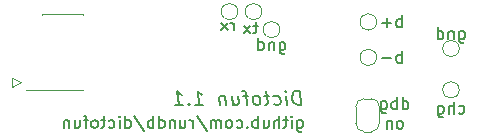
<source format=gbr>
G04 #@! TF.GenerationSoftware,KiCad,Pcbnew,5.1.10-88a1d61d58~90~ubuntu20.04.1*
G04 #@! TF.CreationDate,2021-11-22T21:12:46+01:00*
G04 #@! TF.ProjectId,nRF52832_qfaa,6e524635-3238-4333-925f-716661612e6b,rev?*
G04 #@! TF.SameCoordinates,Original*
G04 #@! TF.FileFunction,Legend,Bot*
G04 #@! TF.FilePolarity,Positive*
%FSLAX45Y45*%
G04 Gerber Fmt 4.5, Leading zero omitted, Abs format (unit mm)*
G04 Created by KiCad (PCBNEW 5.1.10-88a1d61d58~90~ubuntu20.04.1) date 2021-11-22 21:12:46*
%MOMM*%
%LPD*%
G01*
G04 APERTURE LIST*
%ADD10C,0.150000*%
%ADD11C,0.200000*%
%ADD12C,0.120000*%
G04 APERTURE END LIST*
D10*
X5594547Y-3963831D02*
X5594547Y-4044784D01*
X5599308Y-4054308D01*
X5604070Y-4059069D01*
X5613594Y-4063831D01*
X5627880Y-4063831D01*
X5637404Y-4059069D01*
X5594547Y-4025736D02*
X5604070Y-4030498D01*
X5623118Y-4030498D01*
X5632642Y-4025736D01*
X5637404Y-4020974D01*
X5642166Y-4011450D01*
X5642166Y-3982879D01*
X5637404Y-3973355D01*
X5632642Y-3968593D01*
X5623118Y-3963831D01*
X5604070Y-3963831D01*
X5594547Y-3968593D01*
X5546928Y-4030498D02*
X5546928Y-3963831D01*
X5546928Y-3930498D02*
X5551690Y-3935260D01*
X5546928Y-3940022D01*
X5542166Y-3935260D01*
X5546928Y-3930498D01*
X5546928Y-3940022D01*
X5513594Y-3963831D02*
X5475499Y-3963831D01*
X5499309Y-3930498D02*
X5499309Y-4016212D01*
X5494547Y-4025736D01*
X5485023Y-4030498D01*
X5475499Y-4030498D01*
X5442166Y-4030498D02*
X5442166Y-3930498D01*
X5399309Y-4030498D02*
X5399309Y-3978117D01*
X5404070Y-3968593D01*
X5413594Y-3963831D01*
X5427880Y-3963831D01*
X5437404Y-3968593D01*
X5442166Y-3973355D01*
X5308832Y-3963831D02*
X5308832Y-4030498D01*
X5351690Y-3963831D02*
X5351690Y-4016212D01*
X5346928Y-4025736D01*
X5337404Y-4030498D01*
X5323118Y-4030498D01*
X5313594Y-4025736D01*
X5308832Y-4020974D01*
X5261213Y-4030498D02*
X5261213Y-3930498D01*
X5261213Y-3968593D02*
X5251690Y-3963831D01*
X5232642Y-3963831D01*
X5223118Y-3968593D01*
X5218356Y-3973355D01*
X5213594Y-3982879D01*
X5213594Y-4011450D01*
X5218356Y-4020974D01*
X5223118Y-4025736D01*
X5232642Y-4030498D01*
X5251690Y-4030498D01*
X5261213Y-4025736D01*
X5170737Y-4020974D02*
X5165975Y-4025736D01*
X5170737Y-4030498D01*
X5175499Y-4025736D01*
X5170737Y-4020974D01*
X5170737Y-4030498D01*
X5080261Y-4025736D02*
X5089785Y-4030498D01*
X5108832Y-4030498D01*
X5118356Y-4025736D01*
X5123118Y-4020974D01*
X5127880Y-4011450D01*
X5127880Y-3982879D01*
X5123118Y-3973355D01*
X5118356Y-3968593D01*
X5108832Y-3963831D01*
X5089785Y-3963831D01*
X5080261Y-3968593D01*
X5023118Y-4030498D02*
X5032642Y-4025736D01*
X5037404Y-4020974D01*
X5042166Y-4011450D01*
X5042166Y-3982879D01*
X5037404Y-3973355D01*
X5032642Y-3968593D01*
X5023118Y-3963831D01*
X5008832Y-3963831D01*
X4999309Y-3968593D01*
X4994547Y-3973355D01*
X4989785Y-3982879D01*
X4989785Y-4011450D01*
X4994547Y-4020974D01*
X4999309Y-4025736D01*
X5008832Y-4030498D01*
X5023118Y-4030498D01*
X4946928Y-4030498D02*
X4946928Y-3963831D01*
X4946928Y-3973355D02*
X4942166Y-3968593D01*
X4932642Y-3963831D01*
X4918356Y-3963831D01*
X4908832Y-3968593D01*
X4904070Y-3978117D01*
X4904070Y-4030498D01*
X4904070Y-3978117D02*
X4899309Y-3968593D01*
X4889785Y-3963831D01*
X4875499Y-3963831D01*
X4865975Y-3968593D01*
X4861213Y-3978117D01*
X4861213Y-4030498D01*
X4742166Y-3925736D02*
X4827880Y-4054308D01*
X4708832Y-4030498D02*
X4708832Y-3963831D01*
X4708832Y-3982879D02*
X4704070Y-3973355D01*
X4699309Y-3968593D01*
X4689785Y-3963831D01*
X4680261Y-3963831D01*
X4604070Y-3963831D02*
X4604070Y-4030498D01*
X4646928Y-3963831D02*
X4646928Y-4016212D01*
X4642166Y-4025736D01*
X4632642Y-4030498D01*
X4618356Y-4030498D01*
X4608832Y-4025736D01*
X4604070Y-4020974D01*
X4556451Y-3963831D02*
X4556451Y-4030498D01*
X4556451Y-3973355D02*
X4551690Y-3968593D01*
X4542166Y-3963831D01*
X4527880Y-3963831D01*
X4518356Y-3968593D01*
X4513594Y-3978117D01*
X4513594Y-4030498D01*
X4423118Y-4030498D02*
X4423118Y-3930498D01*
X4423118Y-4025736D02*
X4432642Y-4030498D01*
X4451690Y-4030498D01*
X4461213Y-4025736D01*
X4465975Y-4020974D01*
X4470737Y-4011450D01*
X4470737Y-3982879D01*
X4465975Y-3973355D01*
X4461213Y-3968593D01*
X4451690Y-3963831D01*
X4432642Y-3963831D01*
X4423118Y-3968593D01*
X4375499Y-4030498D02*
X4375499Y-3930498D01*
X4375499Y-3968593D02*
X4365975Y-3963831D01*
X4346928Y-3963831D01*
X4337404Y-3968593D01*
X4332642Y-3973355D01*
X4327880Y-3982879D01*
X4327880Y-4011450D01*
X4332642Y-4020974D01*
X4337404Y-4025736D01*
X4346928Y-4030498D01*
X4365975Y-4030498D01*
X4375499Y-4025736D01*
X4213594Y-3925736D02*
X4299309Y-4054308D01*
X4137404Y-4030498D02*
X4137404Y-3930498D01*
X4137404Y-4025736D02*
X4146928Y-4030498D01*
X4165975Y-4030498D01*
X4175499Y-4025736D01*
X4180261Y-4020974D01*
X4185023Y-4011450D01*
X4185023Y-3982879D01*
X4180261Y-3973355D01*
X4175499Y-3968593D01*
X4165975Y-3963831D01*
X4146928Y-3963831D01*
X4137404Y-3968593D01*
X4089785Y-4030498D02*
X4089785Y-3963831D01*
X4089785Y-3930498D02*
X4094547Y-3935260D01*
X4089785Y-3940022D01*
X4085023Y-3935260D01*
X4089785Y-3930498D01*
X4089785Y-3940022D01*
X3999308Y-4025736D02*
X4008832Y-4030498D01*
X4027880Y-4030498D01*
X4037404Y-4025736D01*
X4042166Y-4020974D01*
X4046928Y-4011450D01*
X4046928Y-3982879D01*
X4042166Y-3973355D01*
X4037404Y-3968593D01*
X4027880Y-3963831D01*
X4008832Y-3963831D01*
X3999308Y-3968593D01*
X3970737Y-3963831D02*
X3932642Y-3963831D01*
X3956451Y-3930498D02*
X3956451Y-4016212D01*
X3951689Y-4025736D01*
X3942166Y-4030498D01*
X3932642Y-4030498D01*
X3885023Y-4030498D02*
X3894547Y-4025736D01*
X3899308Y-4020974D01*
X3904070Y-4011450D01*
X3904070Y-3982879D01*
X3899308Y-3973355D01*
X3894547Y-3968593D01*
X3885023Y-3963831D01*
X3870737Y-3963831D01*
X3861213Y-3968593D01*
X3856451Y-3973355D01*
X3851689Y-3982879D01*
X3851689Y-4011450D01*
X3856451Y-4020974D01*
X3861213Y-4025736D01*
X3870737Y-4030498D01*
X3885023Y-4030498D01*
X3823118Y-3963831D02*
X3785023Y-3963831D01*
X3808832Y-4030498D02*
X3808832Y-3944784D01*
X3804070Y-3935260D01*
X3794547Y-3930498D01*
X3785023Y-3930498D01*
X3708832Y-3963831D02*
X3708832Y-4030498D01*
X3751689Y-3963831D02*
X3751689Y-4016212D01*
X3746928Y-4025736D01*
X3737404Y-4030498D01*
X3723118Y-4030498D01*
X3713594Y-4025736D01*
X3708832Y-4020974D01*
X3661213Y-3963831D02*
X3661213Y-4030498D01*
X3661213Y-3973355D02*
X3656451Y-3968593D01*
X3646928Y-3963831D01*
X3632642Y-3963831D01*
X3623118Y-3968593D01*
X3618356Y-3978117D01*
X3618356Y-4030498D01*
D11*
X5628669Y-3836346D02*
X5613669Y-3716346D01*
X5585098Y-3716346D01*
X5568669Y-3722060D01*
X5558669Y-3733488D01*
X5554384Y-3744917D01*
X5551526Y-3767774D01*
X5553669Y-3784917D01*
X5562241Y-3807774D01*
X5569384Y-3819203D01*
X5582241Y-3830631D01*
X5600098Y-3836346D01*
X5628669Y-3836346D01*
X5508669Y-3836346D02*
X5498669Y-3756346D01*
X5493669Y-3716346D02*
X5500098Y-3722060D01*
X5495098Y-3727774D01*
X5488669Y-3722060D01*
X5493669Y-3716346D01*
X5495098Y-3727774D01*
X5399384Y-3830631D02*
X5411526Y-3836346D01*
X5434384Y-3836346D01*
X5445098Y-3830631D01*
X5450098Y-3824917D01*
X5454384Y-3813488D01*
X5450098Y-3779203D01*
X5442955Y-3767774D01*
X5436526Y-3762060D01*
X5424384Y-3756346D01*
X5401526Y-3756346D01*
X5390812Y-3762060D01*
X5355812Y-3756346D02*
X5310098Y-3756346D01*
X5333669Y-3716346D02*
X5346526Y-3819203D01*
X5342241Y-3830631D01*
X5331526Y-3836346D01*
X5320098Y-3836346D01*
X5262955Y-3836346D02*
X5273669Y-3830631D01*
X5278669Y-3824917D01*
X5282955Y-3813488D01*
X5278669Y-3779203D01*
X5271526Y-3767774D01*
X5265098Y-3762060D01*
X5252955Y-3756346D01*
X5235812Y-3756346D01*
X5225098Y-3762060D01*
X5220098Y-3767774D01*
X5215812Y-3779203D01*
X5220098Y-3813488D01*
X5227241Y-3824917D01*
X5233669Y-3830631D01*
X5245812Y-3836346D01*
X5262955Y-3836346D01*
X5178669Y-3756346D02*
X5132955Y-3756346D01*
X5171526Y-3836346D02*
X5158669Y-3733488D01*
X5151526Y-3722060D01*
X5139384Y-3716346D01*
X5127955Y-3716346D01*
X5041526Y-3756346D02*
X5051526Y-3836346D01*
X5092955Y-3756346D02*
X5100812Y-3819203D01*
X5096526Y-3830631D01*
X5085812Y-3836346D01*
X5068669Y-3836346D01*
X5056526Y-3830631D01*
X5050098Y-3824917D01*
X4984384Y-3756346D02*
X4994384Y-3836346D01*
X4985812Y-3767774D02*
X4979384Y-3762060D01*
X4967241Y-3756346D01*
X4950098Y-3756346D01*
X4939384Y-3762060D01*
X4935098Y-3773488D01*
X4942955Y-3836346D01*
X4731526Y-3836346D02*
X4800098Y-3836346D01*
X4765812Y-3836346D02*
X4750812Y-3716346D01*
X4764384Y-3733488D01*
X4777241Y-3744917D01*
X4789384Y-3750631D01*
X4678669Y-3824917D02*
X4673669Y-3830631D01*
X4680098Y-3836346D01*
X4685098Y-3830631D01*
X4678669Y-3824917D01*
X4680098Y-3836346D01*
X4560098Y-3836346D02*
X4628669Y-3836346D01*
X4594384Y-3836346D02*
X4579384Y-3716346D01*
X4592955Y-3733488D01*
X4605812Y-3744917D01*
X4617955Y-3750631D01*
D10*
X6487628Y-3871798D02*
X6487628Y-3771798D01*
X6487628Y-3867036D02*
X6497151Y-3871798D01*
X6516199Y-3871798D01*
X6525723Y-3867036D01*
X6530485Y-3862274D01*
X6535247Y-3852750D01*
X6535247Y-3824179D01*
X6530485Y-3814655D01*
X6525723Y-3809893D01*
X6516199Y-3805131D01*
X6497151Y-3805131D01*
X6487628Y-3809893D01*
X6440008Y-3871798D02*
X6440008Y-3771798D01*
X6440008Y-3809893D02*
X6430485Y-3805131D01*
X6411437Y-3805131D01*
X6401913Y-3809893D01*
X6397151Y-3814655D01*
X6392389Y-3824179D01*
X6392389Y-3852750D01*
X6397151Y-3862274D01*
X6401913Y-3867036D01*
X6411437Y-3871798D01*
X6430485Y-3871798D01*
X6440008Y-3867036D01*
X6306675Y-3805131D02*
X6306675Y-3886084D01*
X6311437Y-3895608D01*
X6316199Y-3900369D01*
X6325723Y-3905131D01*
X6340008Y-3905131D01*
X6349532Y-3900369D01*
X6306675Y-3867036D02*
X6316199Y-3871798D01*
X6335247Y-3871798D01*
X6344770Y-3867036D01*
X6349532Y-3862274D01*
X6354294Y-3852750D01*
X6354294Y-3824179D01*
X6349532Y-3814655D01*
X6344770Y-3809893D01*
X6335247Y-3805131D01*
X6316199Y-3805131D01*
X6306675Y-3809893D01*
X6470961Y-4036798D02*
X6480485Y-4032036D01*
X6485247Y-4027274D01*
X6490008Y-4017750D01*
X6490008Y-3989179D01*
X6485247Y-3979655D01*
X6480485Y-3974893D01*
X6470961Y-3970131D01*
X6456675Y-3970131D01*
X6447151Y-3974893D01*
X6442389Y-3979655D01*
X6437628Y-3989179D01*
X6437628Y-4017750D01*
X6442389Y-4027274D01*
X6447151Y-4032036D01*
X6456675Y-4036798D01*
X6470961Y-4036798D01*
X6394770Y-3970131D02*
X6394770Y-4036798D01*
X6394770Y-3979655D02*
X6390008Y-3974893D01*
X6380485Y-3970131D01*
X6366199Y-3970131D01*
X6356675Y-3974893D01*
X6351913Y-3984417D01*
X6351913Y-4036798D01*
D12*
X3180080Y-3680460D02*
X3180080Y-3604260D01*
X3256280Y-3642360D02*
X3180080Y-3680460D01*
X3180080Y-3604260D02*
X3256280Y-3642360D01*
D10*
X5446228Y-3303431D02*
X5446228Y-3384384D01*
X5450990Y-3393908D01*
X5455751Y-3398669D01*
X5465275Y-3403431D01*
X5479561Y-3403431D01*
X5489085Y-3398669D01*
X5446228Y-3365336D02*
X5455751Y-3370098D01*
X5474799Y-3370098D01*
X5484323Y-3365336D01*
X5489085Y-3360574D01*
X5493847Y-3351050D01*
X5493847Y-3322479D01*
X5489085Y-3312955D01*
X5484323Y-3308193D01*
X5474799Y-3303431D01*
X5455751Y-3303431D01*
X5446228Y-3308193D01*
X5398609Y-3303431D02*
X5398609Y-3370098D01*
X5398609Y-3312955D02*
X5393847Y-3308193D01*
X5384323Y-3303431D01*
X5370037Y-3303431D01*
X5360513Y-3308193D01*
X5355751Y-3317717D01*
X5355751Y-3370098D01*
X5265275Y-3370098D02*
X5265275Y-3270098D01*
X5265275Y-3365336D02*
X5274799Y-3370098D01*
X5293847Y-3370098D01*
X5303370Y-3365336D01*
X5308132Y-3360574D01*
X5312894Y-3351050D01*
X5312894Y-3322479D01*
X5308132Y-3312955D01*
X5303370Y-3308193D01*
X5293847Y-3303431D01*
X5274799Y-3303431D01*
X5265275Y-3308193D01*
X5056499Y-3204998D02*
X5056499Y-3138331D01*
X5056499Y-3157379D02*
X5051737Y-3147855D01*
X5046975Y-3143093D01*
X5037451Y-3138331D01*
X5027928Y-3138331D01*
X5004118Y-3204998D02*
X4951737Y-3138331D01*
X5004118Y-3138331D02*
X4951737Y-3204998D01*
X5258904Y-3163731D02*
X5220809Y-3163731D01*
X5244618Y-3130398D02*
X5244618Y-3216112D01*
X5239856Y-3225636D01*
X5230332Y-3230398D01*
X5220809Y-3230398D01*
X5196999Y-3230398D02*
X5144618Y-3163731D01*
X5196999Y-3163731D02*
X5144618Y-3230398D01*
D12*
X5447180Y-3197860D02*
G75*
G03*
X5447180Y-3197860I-70000J0D01*
G01*
X5294780Y-3045460D02*
G75*
G03*
X5294780Y-3045460I-70000J0D01*
G01*
X5091580Y-3045460D02*
G75*
G03*
X5091580Y-3045460I-70000J0D01*
G01*
X6966280Y-3358460D02*
G75*
G03*
X6966280Y-3358460I-70000J0D01*
G01*
X6966280Y-3708460D02*
G75*
G03*
X6966280Y-3708460I-70000J0D01*
G01*
X6266280Y-3433460D02*
G75*
G03*
X6266280Y-3433460I-70000J0D01*
G01*
X6266280Y-3133460D02*
G75*
G03*
X6266280Y-3133460I-70000J0D01*
G01*
X6089980Y-3851760D02*
X6089980Y-3991760D01*
X6159980Y-4061760D02*
X6219980Y-4061760D01*
X6289980Y-3991760D02*
X6289980Y-3851760D01*
X6219980Y-3781760D02*
X6159980Y-3781760D01*
X6159980Y-3781760D02*
G75*
G03*
X6089980Y-3851760I0J-70000D01*
G01*
X6289980Y-3851760D02*
G75*
G03*
X6219980Y-3781760I-70000J0D01*
G01*
X6219980Y-4061760D02*
G75*
G03*
X6289980Y-3991760I0J70000D01*
G01*
X6089980Y-3991760D02*
G75*
G03*
X6159980Y-4061760I70000J0D01*
G01*
X3430880Y-3711860D02*
X3783880Y-3711860D01*
X3430880Y-3064860D02*
X3783880Y-3064860D01*
X3298380Y-3705360D02*
X3430880Y-3705360D01*
X3430880Y-3711860D02*
X3430880Y-3705360D01*
X3783880Y-3711860D02*
X3783880Y-3705360D01*
X3430880Y-3071360D02*
X3430880Y-3064860D01*
X3783880Y-3071360D02*
X3783880Y-3064860D01*
D10*
X6965328Y-3212031D02*
X6965328Y-3292984D01*
X6970089Y-3302508D01*
X6974851Y-3307269D01*
X6984375Y-3312031D01*
X6998661Y-3312031D01*
X7008185Y-3307269D01*
X6965328Y-3273936D02*
X6974851Y-3278698D01*
X6993899Y-3278698D01*
X7003423Y-3273936D01*
X7008185Y-3269174D01*
X7012947Y-3259650D01*
X7012947Y-3231079D01*
X7008185Y-3221555D01*
X7003423Y-3216793D01*
X6993899Y-3212031D01*
X6974851Y-3212031D01*
X6965328Y-3216793D01*
X6917708Y-3212031D02*
X6917708Y-3278698D01*
X6917708Y-3221555D02*
X6912947Y-3216793D01*
X6903423Y-3212031D01*
X6889137Y-3212031D01*
X6879613Y-3216793D01*
X6874851Y-3226317D01*
X6874851Y-3278698D01*
X6784375Y-3278698D02*
X6784375Y-3178698D01*
X6784375Y-3273936D02*
X6793899Y-3278698D01*
X6812947Y-3278698D01*
X6822470Y-3273936D01*
X6827232Y-3269174D01*
X6831994Y-3259650D01*
X6831994Y-3231079D01*
X6827232Y-3221555D01*
X6822470Y-3216793D01*
X6812947Y-3212031D01*
X6793899Y-3212031D01*
X6784375Y-3216793D01*
X6962947Y-3903936D02*
X6972470Y-3908698D01*
X6991518Y-3908698D01*
X7001042Y-3903936D01*
X7005804Y-3899174D01*
X7010566Y-3889650D01*
X7010566Y-3861079D01*
X7005804Y-3851555D01*
X7001042Y-3846793D01*
X6991518Y-3842031D01*
X6972470Y-3842031D01*
X6962947Y-3846793D01*
X6920089Y-3908698D02*
X6920089Y-3808698D01*
X6877232Y-3908698D02*
X6877232Y-3856317D01*
X6881994Y-3846793D01*
X6891518Y-3842031D01*
X6905804Y-3842031D01*
X6915328Y-3846793D01*
X6920089Y-3851555D01*
X6786756Y-3842031D02*
X6786756Y-3922984D01*
X6791518Y-3932508D01*
X6796280Y-3937269D01*
X6805804Y-3942031D01*
X6820089Y-3942031D01*
X6829613Y-3937269D01*
X6786756Y-3903936D02*
X6796280Y-3908698D01*
X6815328Y-3908698D01*
X6824851Y-3903936D01*
X6829613Y-3899174D01*
X6834375Y-3889650D01*
X6834375Y-3861079D01*
X6829613Y-3851555D01*
X6824851Y-3846793D01*
X6815328Y-3842031D01*
X6796280Y-3842031D01*
X6786756Y-3846793D01*
X6479613Y-3478698D02*
X6479613Y-3378698D01*
X6479613Y-3416793D02*
X6470089Y-3412031D01*
X6451042Y-3412031D01*
X6441518Y-3416793D01*
X6436756Y-3421555D01*
X6431994Y-3431079D01*
X6431994Y-3459650D01*
X6436756Y-3469174D01*
X6441518Y-3473936D01*
X6451042Y-3478698D01*
X6470089Y-3478698D01*
X6479613Y-3473936D01*
X6389137Y-3440603D02*
X6312947Y-3440603D01*
X6479613Y-3178698D02*
X6479613Y-3078698D01*
X6479613Y-3116793D02*
X6470089Y-3112031D01*
X6451042Y-3112031D01*
X6441518Y-3116793D01*
X6436756Y-3121555D01*
X6431994Y-3131079D01*
X6431994Y-3159650D01*
X6436756Y-3169174D01*
X6441518Y-3173936D01*
X6451042Y-3178698D01*
X6470089Y-3178698D01*
X6479613Y-3173936D01*
X6389137Y-3140603D02*
X6312947Y-3140603D01*
X6351042Y-3178698D02*
X6351042Y-3102508D01*
M02*

</source>
